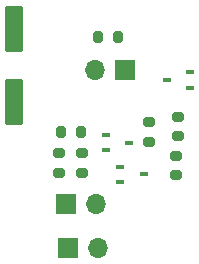
<source format=gts>
%TF.GenerationSoftware,KiCad,Pcbnew,(7.0.0-0)*%
%TF.CreationDate,2023-06-04T20:58:43+02:00*%
%TF.ProjectId,projekt_kue,70726f6a-656b-4745-9f6b-75652e6b6963,rev?*%
%TF.SameCoordinates,Original*%
%TF.FileFunction,Soldermask,Top*%
%TF.FilePolarity,Negative*%
%FSLAX46Y46*%
G04 Gerber Fmt 4.6, Leading zero omitted, Abs format (unit mm)*
G04 Created by KiCad (PCBNEW (7.0.0-0)) date 2023-06-04 20:58:43*
%MOMM*%
%LPD*%
G01*
G04 APERTURE LIST*
G04 Aperture macros list*
%AMRoundRect*
0 Rectangle with rounded corners*
0 $1 Rounding radius*
0 $2 $3 $4 $5 $6 $7 $8 $9 X,Y pos of 4 corners*
0 Add a 4 corners polygon primitive as box body*
4,1,4,$2,$3,$4,$5,$6,$7,$8,$9,$2,$3,0*
0 Add four circle primitives for the rounded corners*
1,1,$1+$1,$2,$3*
1,1,$1+$1,$4,$5*
1,1,$1+$1,$6,$7*
1,1,$1+$1,$8,$9*
0 Add four rect primitives between the rounded corners*
20,1,$1+$1,$2,$3,$4,$5,0*
20,1,$1+$1,$4,$5,$6,$7,0*
20,1,$1+$1,$6,$7,$8,$9,0*
20,1,$1+$1,$8,$9,$2,$3,0*%
G04 Aperture macros list end*
%ADD10RoundRect,0.200000X-0.200000X-0.275000X0.200000X-0.275000X0.200000X0.275000X-0.200000X0.275000X0*%
%ADD11R,0.700000X0.450000*%
%ADD12R,1.700000X1.700000*%
%ADD13O,1.700000X1.700000*%
%ADD14RoundRect,0.200000X0.275000X-0.200000X0.275000X0.200000X-0.275000X0.200000X-0.275000X-0.200000X0*%
%ADD15RoundRect,0.250000X0.550000X-1.712500X0.550000X1.712500X-0.550000X1.712500X-0.550000X-1.712500X0*%
G04 APERTURE END LIST*
D10*
%TO.C,R2*%
X131950000Y-95550000D03*
X133600000Y-95550000D03*
%TD*%
D11*
%TO.C,Q4*%
X135849999Y-107199999D03*
X133849999Y-106549999D03*
X133849999Y-107849999D03*
%TD*%
D12*
%TO.C,LS1*%
X134239999Y-98349999D03*
D13*
X131699999Y-98349999D03*
%TD*%
D12*
%TO.C,Q3*%
X129249999Y-109674999D03*
D13*
X131789999Y-109674999D03*
%TD*%
D11*
%TO.C,Q1*%
X137749999Y-99197499D03*
X139749999Y-99847499D03*
X139749999Y-98547499D03*
%TD*%
D14*
%TO.C,R7*%
X136300000Y-104425000D03*
X136300000Y-102775000D03*
%TD*%
%TO.C,R1*%
X128650000Y-107072500D03*
X128650000Y-105422500D03*
%TD*%
D11*
%TO.C,Q2*%
X134599999Y-104499999D03*
X132599999Y-103849999D03*
X132599999Y-105149999D03*
%TD*%
D10*
%TO.C,R3*%
X128850000Y-103647500D03*
X130500000Y-103647500D03*
%TD*%
D14*
%TO.C,R5*%
X138550000Y-107250000D03*
X138550000Y-105600000D03*
%TD*%
%TO.C,R6*%
X138700000Y-103975000D03*
X138700000Y-102325000D03*
%TD*%
D12*
%TO.C,BT1*%
X129399999Y-113399999D03*
D13*
X131939999Y-113399999D03*
%TD*%
D14*
%TO.C,R4*%
X130550000Y-107047500D03*
X130550000Y-105397500D03*
%TD*%
D15*
%TO.C,C1*%
X124850000Y-101075000D03*
X124850000Y-94900000D03*
%TD*%
M02*

</source>
